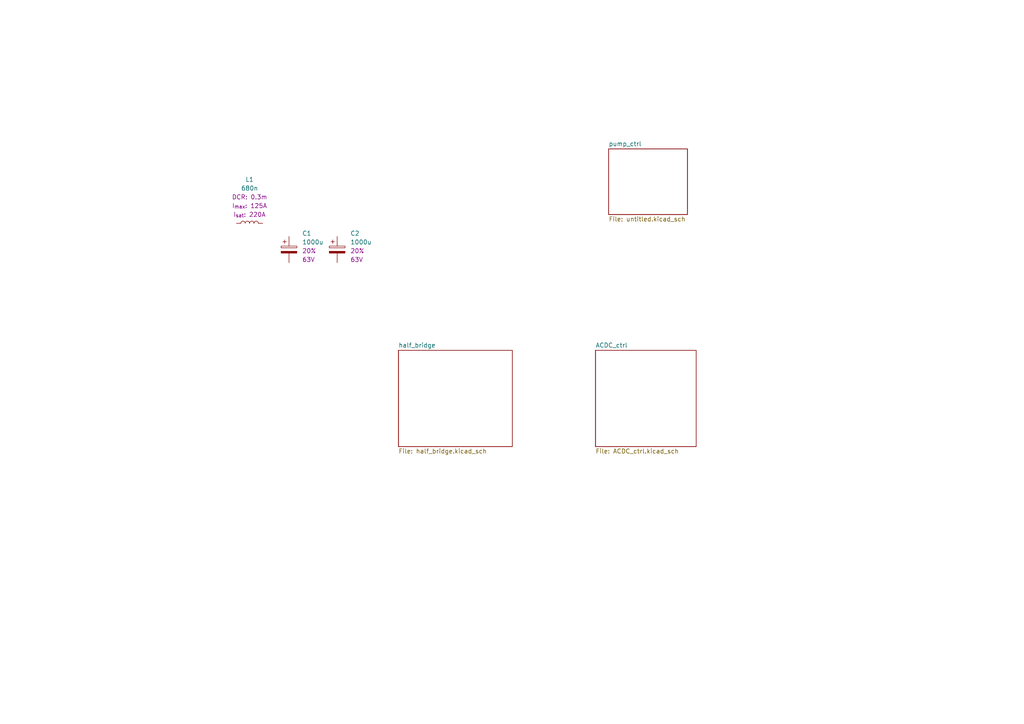
<source format=kicad_sch>
(kicad_sch (version 20250114) (generator "eeschema") (generator_version "9.0")
  (paper "A4")
  (lib_symbols
    (symbol "peml_passives:63YXJ1000M16X25" (pin_numbers (hide yes)) (pin_names (offset 0.254))
      (property "Reference" "C" (at 3.175 2.54 0))
      (property "Value" "1000u" (at 3.175 0.635 0))
      (property "Tolerance" "20%" (at 3.175 -3.175 0))
      (property "Voltage" "63V" (at 3.175 -1.27 0))
      (symbol "63YXJ1000M16X25_0_1"
        (rectangle (start -2.286 0.508) (end 2.286 1.016))
        (polyline (pts (xy -1.778 2.286) (xy -0.762 2.286)))
        (polyline (pts (xy -1.27 2.794) (xy -1.27 1.778)))
        (rectangle (start 2.286 -0.508) (end -2.286 -1.016) (fill (type outline)))
      )
      (symbol "63YXJ1000M16X25_1_1"
        (pin passive line (at 0 3.81 270) (length 2.794) (name "~") (number "1"))
        (pin passive line (at 0 -3.81 90) (length 2.794) (name "~") (number "2"))
      )
    )
    (symbol "peml_passives:IHDM1107BBEVR68M30" (pin_numbers (hide yes)) (pin_names (offset 1.016) (hide yes))
      (property "Reference" "L" (at 0 1.905 0))
      (property "Value" "680n" (at -3.175 -1.27 0))
      (property "DCR" "0.3m" (at -3.175 -3.175 0) (show_name))
      (property "I_{max}" "125A" (at -3.175 -6.985 0) (show_name))
      (property "I_{sat}" "220A" (at -3.175 -5.08 0) (show_name))
      (symbol "IHDM1107BBEVR68M30_0_1"
        (arc (start -2.54 0) (mid -1.905 0.6323) (end -1.27 0))
        (arc (start -1.27 0) (mid -0.635 0.6323) (end 0 0))
        (arc (start 0 0) (mid 0.635 0.6323) (end 1.27 0))
        (arc (start 1.27 0) (mid 1.905 0.6323) (end 2.54 0))
      )
      (symbol "IHDM1107BBEVR68M30_1_1"
        (pin passive line (at -3.81 0 0) (length 1.27) (name "1") (number "1"))
        (pin passive line (at 3.81 0 180) (length 1.27) (name "2") (number "2"))
      )
    )
  )
  (symbol (lib_id "peml_passives:IHDM1107BBEVR68M30") (at 72.39 64.77 0) (unit 1)
    (property "Reference" "L1" (at 72.39 52.07 0))
    (property "Value" "680n" (at 72.39 54.61 0))
    (property "Footprint" "peml:IHDM1107BBEVR68M30" (effects (hide yes)))
    (property "Datasheet" "https://www.vishay.com/docs/34574/ihdm-1107bb-x0.pdf" (effects (hide yes)))
    (property "Description" "IND 680n 0.3mOhm 202A sat" (effects (hide yes)))
    (property "MFN" "Vishay Dale" (effects (hide yes)))
    (property "MPN" "IHDM1107BBEVR68M30" (effects (hide yes)))
    (property "SPN" "541-IHDM1107BBEVR68M30-ND " (effects (hide yes)))
    (property "SPL" "https://www.digikey.com/en/products/detail/vishay-dale/IHDM1107BBEVR68M30/15907286 " (effects (hide yes)))
    (property "Package" "THT_Nonstandard" (effects (hide yes)))
    (property "DCR" "0.3m" (at 72.39 57.15 0) (show_name yes))
    (property "I_{max}" "125A" (at 72.39 59.69 0) (show_name yes))
    (property "I_{sat}" "220A" (at 72.39 62.23 0) (show_name yes))
  )
  (symbol (lib_id "peml_passives:63YXJ1000M16X25") (at 83.82 72.39 0) (unit 1)
    (property "Reference" "C1" (at 87.63 67.6909 0) (effects (justify left)))
    (property "Value" "1000u" (at 87.63 70.2309 0) (effects (justify left)))
    (property "Footprint" "peml:CP_Radial_D16.0mm_P7.50mm" (effects (hide yes)))
    (property "Datasheet" "https://www.rubycon.co.jp/wp-content/uploads/catalog-aluminum/YXJ.pdf" (effects (hide yes)))
    (property "Description" "CAP ALUM 1000UF 20% 63V TH" (effects (hide yes)))
    (property "MFN" "Rubycon" (effects (hide yes)))
    (property "MPN" "63YXJ1000M16X25" (effects (hide yes)))
    (property "SPN" "1189-4229-ND" (effects (hide yes)))
    (property "SPL" "https://www.digikey.com/en/products/detail/rubycon/63YXJ1000M16X25/3564477 " (effects (hide yes)))
    (property "Tolerance" "20%" (at 87.63 72.7709 0) (effects (justify left)))
    (property "Voltage" "63V" (at 87.63 75.3109 0) (effects (justify left)))
    (property "Electrolyte" "Electrolytic" (effects (hide yes)))
  )
  (symbol (lib_id "peml_passives:63YXJ1000M16X25") (at 97.79 72.39 0) (unit 1)
    (property "Reference" "C2" (at 101.6 67.6909 0) (effects (justify left)))
    (property "Value" "1000u" (at 101.6 70.2309 0) (effects (justify left)))
    (property "Footprint" "peml:CP_Radial_D16.0mm_P7.50mm" (effects (hide yes)))
    (property "Datasheet" "https://www.rubycon.co.jp/wp-content/uploads/catalog-aluminum/YXJ.pdf" (effects (hide yes)))
    (property "Description" "CAP ALUM 1000UF 20% 63V TH" (effects (hide yes)))
    (property "MFN" "Rubycon" (effects (hide yes)))
    (property "MPN" "63YXJ1000M16X25" (effects (hide yes)))
    (property "SPN" "1189-4229-ND" (effects (hide yes)))
    (property "SPL" "https://www.digikey.com/en/products/detail/rubycon/63YXJ1000M16X25/3564477 " (effects (hide yes)))
    (property "Tolerance" "20%" (at 101.6 72.7709 0) (effects (justify left)))
    (property "Voltage" "63V" (at 101.6 75.3109 0) (effects (justify left)))
    (property "Electrolyte" "Electrolytic" (effects (hide yes)))
  )
  (sheet (at 176.53 43.18) (size 22.86 19.05) (stroke (width 0.1524))
    (property "Sheetname" "pump_ctrl" (at 176.53 42.4684 0) (effects (justify left bottom)))
    (property "Sheetfile" "untitled.kicad_sch" (at 176.53 62.8146 0) (effects (justify left top)))
  )
  (sheet (at 172.72 101.6) (size 29.21 27.94) (stroke (width 0.1524))
    (property "Sheetname" "ACDC_ctrl" (at 172.72 100.8884 0) (effects (justify left bottom)))
    (property "Sheetfile" "ACDC_ctrl.kicad_sch" (at 172.72 130.1246 0) (effects (justify left top)))
  )
  (sheet (at 115.57 101.6) (size 33.02 27.94) (stroke (width 0.1524))
    (property "Sheetname" "half_bridge" (at 115.57 100.8884 0) (effects (justify left bottom)))
    (property "Sheetfile" "half_bridge.kicad_sch" (at 115.57 130.1246 0) (effects (justify left top)))
  )
)
</source>
